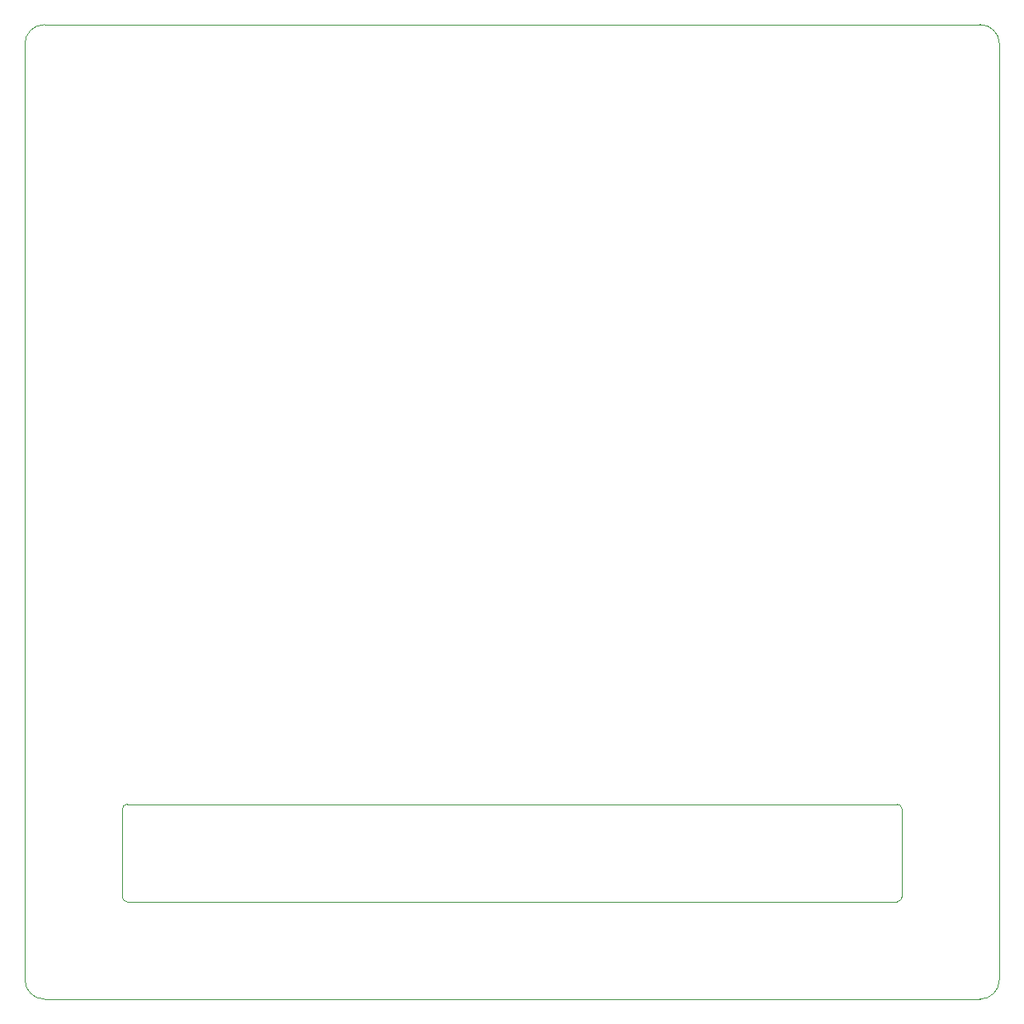
<source format=gbr>
%TF.GenerationSoftware,KiCad,Pcbnew,7.0.2-6a45011f42~172~ubuntu22.04.1*%
%TF.CreationDate,2023-05-30T13:32:28+12:00*%
%TF.ProjectId,THE_BRAWN-20A_POWER_FIXTURE,5448455f-4252-4415-974e-2d3230415f50,v1.0*%
%TF.SameCoordinates,Original*%
%TF.FileFunction,Profile,NP*%
%FSLAX46Y46*%
G04 Gerber Fmt 4.6, Leading zero omitted, Abs format (unit mm)*
G04 Created by KiCad (PCBNEW 7.0.2-6a45011f42~172~ubuntu22.04.1) date 2023-05-30 13:32:28*
%MOMM*%
%LPD*%
G01*
G04 APERTURE LIST*
%TA.AperFunction,Profile*%
%ADD10C,0.100000*%
%TD*%
G04 APERTURE END LIST*
D10*
X172000000Y-190000000D02*
X268000000Y-190000000D01*
X180500000Y-180000000D02*
X259500000Y-180000000D01*
X268000000Y-90000000D02*
X172000000Y-90000000D01*
X270000000Y-92000000D02*
G75*
G03*
X268000000Y-90000000I-2000000J0D01*
G01*
X170000000Y-188000000D02*
G75*
G03*
X172000000Y-190000000I2000000J0D01*
G01*
X180000000Y-179500000D02*
G75*
G03*
X180500000Y-180000000I500000J0D01*
G01*
X270000000Y-188000000D02*
X270000000Y-92000000D01*
X260000000Y-170500000D02*
G75*
G03*
X259500000Y-170000000I-500000J0D01*
G01*
X268000000Y-190000000D02*
G75*
G03*
X270000000Y-188000000I0J2000000D01*
G01*
X180500000Y-170000000D02*
X259500000Y-170000000D01*
X180000000Y-170500000D02*
X180000000Y-179500000D01*
X259500000Y-180000000D02*
G75*
G03*
X260000000Y-179500000I0J500000D01*
G01*
X260000000Y-170500000D02*
X260000000Y-179500000D01*
X172000000Y-90000000D02*
G75*
G03*
X170000000Y-92000000I0J-2000000D01*
G01*
X180500000Y-170000000D02*
G75*
G03*
X180000000Y-170500000I0J-500000D01*
G01*
X170000000Y-92000000D02*
X170000000Y-188000000D01*
M02*

</source>
